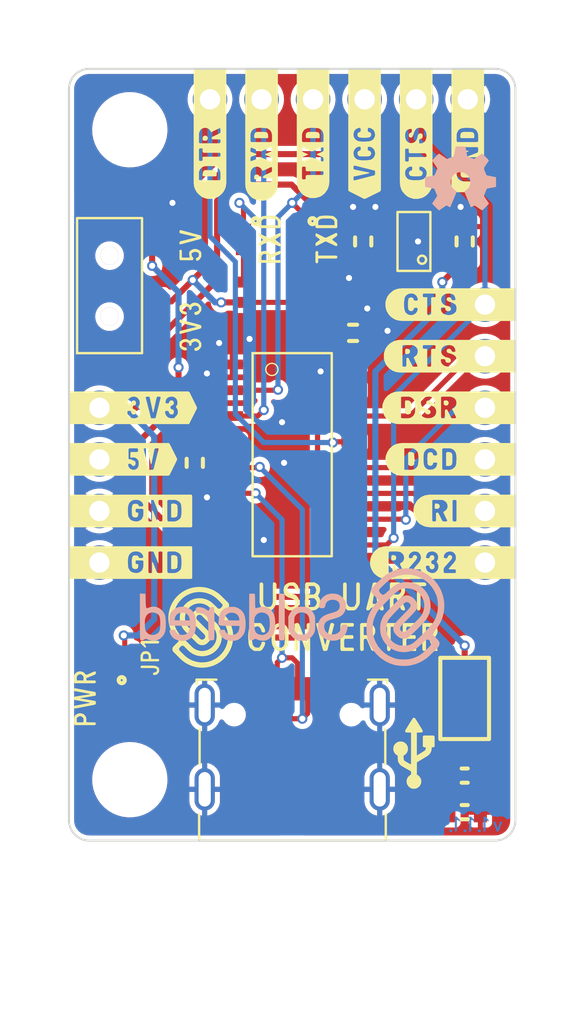
<source format=kicad_pcb>
(kicad_pcb (version 20210623) (generator pcbnew)
  (title_block (title "USB-UART converter") (date "2021-08-25") (rev "V1.1.1.") (company "SOLDERED") (comment 1 "333028"))
  (layers (0 "F.Cu" mixed) (31 "B.Cu" signal) (34 "B.Paste" user) (35 "F.Paste" user) (36 "B.SilkS" user "B.Silkscreen") (37 "F.SilkS" user "F.Silkscreen") (38 "B.Mask" user) (39 "F.Mask" user) (44 "Edge.Cuts" user))
  (net 0 "")
  (net 1 "VUSB")
  (net 2 "GND")
  (net 3 "Net-(C2-Pad1)")
  (net 4 "+3V3")
  (net 5 "TXD0")
  (net 6 "Net-(D1-Pad1)")
  (net 7 "RXD0")
  (net 8 "Net-(D2-Pad1)")
  (net 9 "Net-(D3-Pad1)")
  (net 10 "Net-(F1-Pad2)")
  (net 12 "D-")
  (net 13 "D+")
  (net 14 "Net-(K1-PadB5)")
  (net 16 "Net-(K1-PadA5)")
  (net 17 "R232")
  (net 18 "RI")
  (net 19 "DCD")
  (net 20 "DSR")
  (net 21 "RTS")
  (net 22 "CTS")
  (net 23 "VCC_OUT")
  (net 24 "DTR")
  (net 26 "Net-(JP1-Pad2)")
  (footprint "Soldered Graphics:Logo-Front-Soldered-4mm" (layer "F.Cu") (at 106.5 119.5)
    (fp_text reference "G***" hide)
    (fp_text value "LOGO" hide)
  )
  (footprint "buzzardLabel" (layer "F.Cu") (at 99.6 108.69)
    (fp_text reference "" (at 0 0) (layer "F.SilkS") (effects (font (size 1.27 1.27))))
    (fp_text value "" (at 0 0) (layer "F.SilkS") (effects (font (size 1.27 1.27))))
  )
  (footprint "e-radionica.com footprinti:0402LED" (layer "F.Cu") (at 102 123 90)
    (fp_text reference "D3")
    (fp_text value "purple")
    (pad "1" smd rect locked (at -0.55 0 180) (size 0.75 0.45) (layers "F.Cu" "F.Paste" "F.Mask") (net 9 "Net-(D3-Pad1)"))
    (pad "2" smd rect locked (at 0.55 0 180) (size 0.75 0.45) (layers "F.Cu" "F.Paste" "F.Mask") (net 2 "GND"))
  )
  (footprint "e-radionica.com footprinti:0603C" (layer "F.Cu") (at 114 105 180)
    (fp_text reference "C1")
    (fp_text value "0.1uF")
    (pad "1" smd rect locked (at -0.73 0 180) (size 0.66 1) (layers "F.Cu" "F.Paste" "F.Mask") (net 2 "GND"))
    (pad "2" smd rect locked (at 0.73 0 180) (size 0.66 1) (layers "F.Cu" "F.Paste" "F.Mask") (net 23 "VCC_OUT"))
  )
  (footprint "e-radionica.com footprinti:FIDUCIAL_23" (layer "F.Cu") (at 111 128)
    (fp_text reference "FD1")
    (fp_text value "FIDUCIAL")
    (fp_circle (center 0 0) (end 1 0) (layer "F.Cu") (width 0.2) (fill none))
    (pad "1" smd circle (at 0 0) (size 1 1) (layers "F.Cu" "F.Paste" "F.Mask") (clearance 1.1))
  )
  (footprint "buzzardLabel" (layer "F.Cu") (at 122.4 108.69)
    (fp_text reference "" (at 0 0) (layer "F.SilkS") (effects (font (size 1.27 1.27))))
    (fp_text value "" (at 0 0) (layer "F.SilkS") (effects (font (size 1.27 1.27))))
  )
  (footprint "buzzardLabel" (layer "F.Cu") (at 106.95 91.6 90)
    (fp_text reference "" (at 0 0 90) (layer "F.SilkS") (effects (font (size 1.27 1.27))))
    (fp_text value "" (at 0 0 90) (layer "F.SilkS") (effects (font (size 1.27 1.27))))
  )
  (footprint "e-radionica.com footprinti:0603C" (layer "F.Cu") (at 119.5 100.5 -90)
    (fp_text reference "C3")
    (fp_text value "2.2uF")
    (pad "1" smd rect locked (at -0.73 0 270) (size 0.66 1) (layers "F.Cu" "F.Paste" "F.Mask") (net 2 "GND"))
    (pad "2" smd rect locked (at 0.73 0 270) (size 0.66 1) (layers "F.Cu" "F.Paste" "F.Mask") (net 1 "VUSB"))
  )
  (footprint "buzzardLabel" (layer "F.Cu") (at 113.5 120)
    (fp_text reference "" (at 0 0) (layer "F.SilkS") (effects (font (size 1.27 1.27))))
    (fp_text value "" (at 0 0) (layer "F.SilkS") (effects (font (size 1.27 1.27))))
  )
  (footprint "e-radionica.com footprinti:0603C" (layer "F.Cu") (at 106.2 111.4 -90)
    (fp_text reference "C2")
    (fp_text value "0.1uF")
    (pad "1" smd rect locked (at -0.73 0 270) (size 0.66 1) (layers "F.Cu" "F.Paste" "F.Mask") (net 3 "Net-(C2-Pad1)"))
    (pad "2" smd rect locked (at 0.73 0 270) (size 0.66 1) (layers "F.Cu" "F.Paste" "F.Mask") (net 2 "GND"))
  )
  (footprint "Soldered Graphics:Logo-Back-OSH-3.5mm" (layer "F.Cu") (at 119.3 97.4)
    (fp_text reference "G***" hide)
    (fp_text value "LOGO" hide)
  )
  (footprint "buzzardLabel" (layer "F.Cu") (at 100.8 123 90)
    (fp_text reference "" (at 0 0 90) (layer "F.SilkS") (effects (font (size 1.27 1.27))))
    (fp_text value "" (at 0 0 90) (layer "F.SilkS") (effects (font (size 1.27 1.27))))
  )
  (footprint "buzzardLabel" (layer "F.Cu") (at 122.4 111.23)
    (fp_text reference "" (at 0 0) (layer "F.SilkS") (effects (font (size 1.27 1.27))))
    (fp_text value "" (at 0 0) (layer "F.SilkS") (effects (font (size 1.27 1.27))))
  )
  (footprint "buzzardLabel" (layer "F.Cu") (at 117.11 91.6 90)
    (fp_text reference "" (at 0 0 90) (layer "F.SilkS") (effects (font (size 1.27 1.27))))
    (fp_text value "" (at 0 0 90) (layer "F.SilkS") (effects (font (size 1.27 1.27))))
  )
  (footprint "buzzardLabel" (layer "F.Cu") (at 106 104.7 90)
    (fp_text reference "" (at 0 0 90) (layer "F.SilkS") (effects (font (size 1.27 1.27))))
    (fp_text value "" (at 0 0 90) (layer "F.SilkS") (effects (font (size 1.27 1.27))))
  )
  (footprint "buzzardLabel" (layer "F.Cu") (at 122.4 106.15)
    (fp_text reference "" (at 0 0) (layer "F.SilkS") (effects (font (size 1.27 1.27))))
    (fp_text value "" (at 0 0) (layer "F.SilkS") (effects (font (size 1.27 1.27))))
  )
  (footprint "e-radionica.com footprinti:0603C" (layer "F.Cu") (at 114.5 100.5 -90)
    (fp_text reference "C4")
    (fp_text value "2.2uF")
    (pad "1" smd rect locked (at -0.73 0 270) (size 0.66 1) (layers "F.Cu" "F.Paste" "F.Mask") (net 2 "GND"))
    (pad "2" smd rect locked (at 0.73 0 270) (size 0.66 1) (layers "F.Cu" "F.Paste" "F.Mask") (net 4 "+3V3"))
  )
  (footprint "e-radionica.com footprinti:SMD-JUMPER-CONNECTED_TRACE_SLODERMASK" (layer "F.Cu") (at 102.75 121 -90)
    (fp_text reference "JP1")
    (fp_text value "SMD-JUMPER-CONNECTED_TRACE_SLODERMASK")
    (fp_poly (pts (xy 0.1 0.1) (xy -0.1 0.1) (xy -0.1 -0.1) (xy 0.1 -0.1)) (layer "F.Cu") (width 0.1) (fill solid))
    (pad "1" smd rect (at -0.35 0 270) (size 0.5 1) (layers "F.Cu" "F.Mask") (net 4 "+3V3"))
    (pad "2" smd rect (at 0.35 0 270) (size 0.5 1) (layers "F.Cu" "F.Mask") (net 26 "Net-(JP1-Pad2)"))
  )
  (footprint "e-radionica.com footprinti:0402R" (layer "F.Cu") (at 103.5 123 -90)
    (fp_text reference "R5")
    (fp_text value "2k2")
    (pad "1" smd rect locked (at -0.5 0) (size 0.64 0.54) (layers "F.Cu" "F.Paste" "F.Mask") (net 26 "Net-(JP1-Pad2)"))
    (pad "2" smd rect locked (at 0.5 0) (size 0.64 0.54) (layers "F.Cu" "F.Paste" "F.Mask") (net 9 "Net-(D3-Pad1)"))
  )
  (footprint "buzzardLabel" (layer "F.Cu") (at 122.4 116.31)
    (fp_text reference "" (at 0 0) (layer "F.SilkS") (effects (font (size 1.27 1.27))))
    (fp_text value "" (at 0 0) (layer "F.SilkS") (effects (font (size 1.27 1.27))))
  )
  (footprint "buzzardLabel" (layer "F.Cu") (at 99.6 113.77)
    (fp_text reference "" (at 0 0) (layer "F.SilkS") (effects (font (size 1.27 1.27))))
    (fp_text value "" (at 0 0) (layer "F.SilkS") (effects (font (size 1.27 1.27))))
  )
  (footprint "buzzardLabel" (layer "F.Cu") (at 99.6 111.23)
    (fp_text reference "" (at 0 0) (layer "F.SilkS") (effects (font (size 1.27 1.27))))
    (fp_text value "" (at 0 0) (layer "F.SilkS") (effects (font (size 1.27 1.27))))
  )
  (footprint "e-radionica.com footprinti:0603R" (layer "F.Cu") (at 119.5 126.8)
    (fp_text reference "R1")
    (fp_text value "5.1k")
    (pad "1" smd rect locked (at -0.775 0 90) (size 1 0.64) (layers "F.Cu" "F.Paste" "F.Mask") (net 14 "Net-(K1-PadB5)"))
    (pad "2" smd rect locked (at 0.775 0 90) (size 1 0.64) (layers "F.Cu" "F.Paste" "F.Mask") (net 2 "GND"))
  )
  (footprint "Soldered Graphics:Logo-Back-SolderedFULL-15mm" (layer "F.Cu") (at 111 119)
    (fp_text reference "REF**" hide)
    (fp_text value "Logo-Front-SolderedFULL-15mm" hide)
  )
  (footprint "buzzardLabel" (layer "F.Cu") (at 106 100.7 90)
    (fp_text reference "" (at 0 0 90) (layer "F.SilkS") (effects (font (size 1.27 1.27))))
    (fp_text value "" (at 0 0 90) (layer "F.SilkS") (effects (font (size 1.27 1.27))))
  )
  (footprint "buzzardLabel" (layer "F.Cu") (at 122.4 113.77)
    (fp_text reference "" (at 0 0) (layer "F.SilkS") (effects (font (size 1.27 1.27))))
    (fp_text value "" (at 0 0) (layer "F.SilkS") (effects (font (size 1.27 1.27))))
  )
  (footprint "buzzardLabel" (layer "F.Cu") (at 114.57 91.6 90)
    (fp_text reference "" (at 0 0 90) (layer "F.SilkS") (effects (font (size 1.27 1.27))))
    (fp_text value "" (at 0 0 90) (layer "F.SilkS") (effects (font (size 1.27 1.27))))
  )
  (footprint "e-radionica.com footprinti:SOP-16" (layer "F.Cu") (at 111 111)
    (fp_text reference "U1")
    (fp_text value "CH340C")
    (pad "1" smd rect locked (at -2.95 -4.445) (size 1.05 0.48) (layers "F.Cu" "F.Paste" "F.Mask") (net 2 "GND"))
    (pad "2" smd rect locked (at -2.95 -3.175) (size 1.05 0.48) (layers "F.Cu" "F.Paste" "F.Mask") (net 5 "TXD0"))
    (pad "3" smd rect locked (at -2.95 -1.905) (size 1.05 0.48) (layers "F.Cu" "F.Paste" "F.Mask") (net 7 "RXD0"))
    (pad "4" smd rect locked (at -2.95 -0.635) (size 1.05 0.48) (layers "F.Cu" "F.Paste" "F.Mask") (net 3 "Net-(C2-Pad1)"))
    (pad "5" smd rect locked (at -2.95 0.635) (size 1.05 0.48) (layers "F.Cu" "F.Paste" "F.Mask") (net 13 "D+"))
    (pad "6" smd rect locked (at -2.95 1.905) (size 1.05 0.48) (layers "F.Cu" "F.Paste" "F.Mask") (net 12 "D-"))
    (pad "7" smd rect locked (at -2.95 3.175) (size 1.05 0.48) (layers "F.Cu" "F.Paste" "F.Mask"))
    (pad "8" smd rect locked (at -2.95 4.445) (size 1.05 0.48) (layers "F.Cu" "F.Paste" "F.Mask"))
    (pad "9" smd rect locked (at 2.95 4.445) (size 1.05 0.48) (layers "F.Cu" "F.Paste" "F.Mask") (net 22 "CTS"))
    (pad "10" smd rect locked (at 2.95 3.175) (size 1.05 0.48) (layers "F.Cu" "F.Paste" "F.Mask") (net 20 "DSR"))
    (pad "11" smd rect locked (at 2.95 1.905) (size 1.05 0.48) (layers "F.Cu" "F.Paste" "F.Mask") (net 18 "RI"))
    (pad "12" smd rect locked (at 2.95 0.635) (size 1.05 0.48) (layers "F.Cu" "F.Paste" "F.Mask") (net 19 "DCD"))
    (pad "13" smd rect locked (at 2.95 -0.635) (size 1.05 0.48) (layers "F.Cu" "F.Paste" "F.Mask") (net 24 "DTR"))
    (pad "14" smd rect locked (at 2.95 -1.905) (size 1.05 0.48) (layers "F.Cu" "F.Paste" "F.Mask") (net 21 "RTS"))
    (pad "15" smd rect locked (at 2.95 -3.175) (size 1.05 0.48) (layers "F.Cu" "F.Paste" "F.Mask") (net 17 "R232"))
    (pad "16" smd rect locked (at 2.95 -4.445) (size 1.05 0.48) (layers "F.Cu" "F.Paste" "F.Mask") (net 23 "VCC_OUT"))
  )
  (footprint "buzzardLabel" (layer "F.Cu") (at 112.03 91.6 90)
    (fp_text reference "" (at 0 0 90) (layer "F.SilkS") (effects (font (size 1.27 1.27))))
    (fp_text value "" (at 0 0 90) (layer "F.SilkS") (effects (font (size 1.27 1.27))))
  )
  (footprint "e-radionica.com footprinti:HOLE_3.2mm" (layer "F.Cu") (at 103 127)
    (fp_text reference "H1" hide)
    (fp_text value "HOLE_3.2mm" hide)
    (pad "" np_thru_hole circle locked (at 0 0) (size 3.2 3.2) (drill 3.2) (layers F&B.Cu *.Mask))
  )
  (footprint "buzzardLabel" (layer "F.Cu") (at 112.7 100.4 90)
    (fp_text reference "" (at 0 0 90) (layer "F.SilkS") (effects (font (size 1.27 1.27))))
    (fp_text value "" (at 0 0 90) (layer "F.SilkS") (effects (font (size 1.27 1.27))))
  )
  (footprint "e-radionica.com footprinti:0402LED" (layer "F.Cu") (at 108.6 100.4 90)
    (fp_text reference "D2")
    (fp_text value "blue")
    (pad "1" smd rect locked (at -0.55 0 180) (size 0.75 0.45) (layers "F.Cu" "F.Paste" "F.Mask") (net 8 "Net-(D2-Pad1)"))
    (pad "2" smd rect locked (at 0.55 0 180) (size 0.75 0.45) (layers "F.Cu" "F.Paste" "F.Mask") (net 7 "RXD0"))
  )
  (footprint "e-radionica.com footprinti:0402R" (layer "F.Cu") (at 108.6 103 -90)
    (fp_text reference "R4")
    (fp_text value "10k")
    (pad "1" smd rect locked (at -0.5 0) (size 0.64 0.54) (layers "F.Cu" "F.Paste" "F.Mask") (net 8 "Net-(D2-Pad1)"))
    (pad "2" smd rect locked (at 0.5 0) (size 0.64 0.54) (layers "F.Cu" "F.Paste" "F.Mask") (net 23 "VCC_OUT"))
  )
  (footprint "buzzardLabel" (layer "F.Cu") (at 113.5 118)
    (fp_text reference "" (at 0 0) (layer "F.SilkS") (effects (font (size 1.27 1.27))))
    (fp_text value "" (at 0 0) (layer "F.SilkS") (effects (font (size 1.27 1.27))))
  )
  (footprint "e-radionica.com footprinti:SOT-23-5" (layer "F.Cu") (at 117 100.5 180)
    (fp_text reference "U2")
    (fp_text value "SE5218")
    (pad "1" smd rect locked (at -1.1 -0.95 180) (size 0.7 0.45) (layers "F.Cu" "F.Paste" "F.Mask") (net 1 "VUSB"))
    (pad "2" smd rect locked (at -1.1 0 180) (size 0.7 0.45) (layers "F.Cu" "F.Paste" "F.Mask") (net 2 "GND"))
    (pad "3" smd rect locked (at -1.1 0.95 180) (size 0.7 0.45) (layers "F.Cu" "F.Paste" "F.Mask") (net 1 "VUSB"))
    (pad "4" smd rect locked (at 1.1 0.95 180) (size 0.7 0.45) (layers "F.Cu" "F.Paste" "F.Mask"))
    (pad "5" smd rect locked (at 1.1 -0.95 180) (size 0.7 0.45) (layers "F.Cu" "F.Paste" "F.Mask") (net 4 "+3V3"))
  )
  (footprint "buzzardLabel" (layer "F.Cu") (at 104 121 90)
    (fp_text reference "" (at 0 0 90) (layer "F.SilkS") (effects (font (size 1.27 1.27))))
    (fp_text value "" (at 0 0 90) (layer "F.SilkS") (effects (font (size 1.27 1.27))))
  )
  (footprint "buzzardLabel" (layer "F.Cu") (at 119.65 91.6 90)
    (fp_text reference "" (at 0 0 90) (layer "F.SilkS") (effects (font (size 1.27 1.27))))
    (fp_text value "" (at 0 0 90) (layer "F.SilkS") (effects (font (size 1.27 1.27))))
  )
  (footprint "e-radionica.com footprinti:1206FUSE" (layer "F.Cu") (at 119.5 123 -90)
    (fp_text reference "F1")
    (fp_text value "1206FUSE-500mA")
    (pad "1" smd rect locked (at -1.4 0 270) (size 1 2) (layers "F.Cu" "F.Paste" "F.Mask") (net 1 "VUSB"))
    (pad "2" smd rect locked (at 1.4 0 270) (size 1 2) (layers "F.Cu" "F.Paste" "F.Mask") (net 10 "Net-(F1-Pad2)"))
  )
  (footprint "e-radionica.com footprinti:U262-161N-4BVC11" (layer "F.Cu") (at 111 125)
    (fp_text reference "K1")
    (fp_text value "U262-161N-4BVC11")
    (pad "" np_thru_hole circle locked (at 2.913 -1.2) (size 0.65 0.65) (drill 0.65) (layers F&B.Cu *.Mask))
    (pad "" np_thru_hole circle locked (at -2.862 -1.2) (size 0.65 0.65) (drill 0.65) (layers F&B.Cu *.Mask))
    (pad "A1" smd rect locked (at -3.337 -2.475) (size 0.3 1.15) (layers "F.Cu" "F.Paste" "F.Mask") (net 2 "GND"))
    (pad "A4" smd rect locked (at -2.537 -2.475) (size 0.3 1.15) (layers "F.Cu" "F.Paste" "F.Mask") (net 10 "Net-(F1-Pad2)"))
    (pad "A5" smd rect locked (at -1.237 -2.475) (size 0.3 1.15) (layers "F.Cu" "F.Paste" "F.Mask") (net 16 "Net-(K1-PadA5)"))
    (pad "A6" smd rect locked (at -0.237 -2.475) (size 0.3 1.15) (layers "F.Cu" "F.Paste" "F.Mask") (net 13 "D+"))
    (pad "A7" smd rect locked (at 0.263 -2.475) (size 0.3 1.15) (layers "F.Cu" "F.Paste" "F.Mask") (net 12 "D-"))
    (pad "A8" smd rect locked (at 1.263 -2.475) (size 0.3 1.15) (layers "F.Cu" "F.Paste" "F.Mask"))
    (pad "A9" smd rect locked (at 2.563 -2.475) (size 0.3 1.15) (layers "F.Cu" "F.Paste" "F.Mask") (net 10 "Net-(F1-Pad2)"))
    (pad "A12" smd rect locked (at 3.338 -2.475) (size 0.3 1.15) (layers "F.Cu" "F.Paste" "F.Mask") (net 2 "GND"))
    (pad "B1" smd rect locked (at 3.138 -2.475) (size 0.3 1.15) (layers "F.Cu" "F.Paste" "F.Mask") (net 2 "GND"))
    (pad "B4" smd rect locked (at 2.363 -2.475) (size 0.3 1.15) (layers "F.Cu" "F.Paste" "F.Mask") (net 10 "Net-(F1-Pad2)"))
    (pad "B5" smd rect locked (at 1.763 -2.475) (size 0.3 1.15) (layers "F.Cu" "F.Paste" "F.Mask") (net 14 "Net-(K1-PadB5)"))
    (pad "B6" smd rect locked (at 0.763 -2.475) (size 0.3 1.15) (layers "F.Cu" "F.Paste" "F.Mask") (net 13 "D+"))
    (pad "B7" smd rect locked (at -0.737 -2.475) (size 0.3 1.15) (layers "F.Cu" "F.Paste" "F.Mask") (net 12 "D-"))
    (pad "B8" smd rect locked (at -1.737 -2.475) (size 0.3 1.15) (layers "F.Cu" "F.Paste" "F.Mask"))
    (pad "B9" smd rect locked (at -2.337 -2.475) (size 0.3 1.15) (layers "F.Cu" "F.Paste" "F.Mask") (net 10 "Net-(F1-Pad2)"))
    (pad "B12" smd rect locked (at -3.112 -2.475) (size 0.3 1.15) (layers "F.Cu" "F.Paste" "F.Mask") (net 2 "GND"))
    (pad "SH" thru_hole oval locked (at 4.313 2.475) (size 1 2.1) (drill oval 0.6 1.7) (layers *.Cu *.Mask) (net 2 "GND"))
    (pad "SH" thru_hole oval locked (at 4.313 -1.675) (size 1 2.1) (drill oval 0.6 1.7) (layers *.Cu *.Mask) (net 2 "GND"))
    (pad "SH" thru_hole oval locked (at -4.312 2.475) (size 1 2.1) (drill oval 0.6 1.7) (layers *.Cu *.Mask) (net 2 "GND"))
    (pad "SH" thru_hole oval locked (at -4.312 -1.675) (size 1 2.1) (drill oval 0.6 1.7) (layers *.Cu *.Mask) (net 2 "GND"))
  )
  (footprint "buzzardLabel" (layer "F.Cu") (at 109.9 100.4 90)
    (fp_text reference "" (at 0 0 90) (layer "F.SilkS") (effects (font (size 1.27 1.27))))
    (fp_text value "" (at 0 0 90) (layer "F.SilkS") (effects (font (size 1.27 1.27))))
  )
  (footprint "buzzardLabel" (layer "F.Cu") (at 122.4 103.61)
    (fp_text reference "" (at 0 0) (layer "F.SilkS") (effects (font (size 1.27 1.27))))
    (fp_text value "" (at 0 0) (layer "F.SilkS") (effects (font (size 1.27 1.27))))
  )
  (footprint "buzzardLabel" (layer "F.Cu") (at 109.49 91.6 90)
    (fp_text reference "" (at 0 0 90) (layer "F.SilkS") (effects (font (size 1.27 1.27))))
    (fp_text value "" (at 0 0 90) (layer "F.SilkS") (effects (font (size 1.27 1.27))))
  )
  (footprint "buzzardLabel" (layer "F.Cu") (at 99.6 116.31)
    (fp_text reference "" (at 0 0) (layer "F.SilkS") (effects (font (size 1.27 1.27))))
    (fp_text value "" (at 0 0) (layer "F.SilkS") (effects (font (size 1.27 1.27))))
  )
  (footprint "Soldered Graphics:Symbol-Front-USB" (layer "F.Cu") (at 117 125.7)
    (fp_text reference "G***" hide)
    (fp_text value "LOGO" hide)
  )
  (footprint "e-radionica.com footprinti:SWITCH_ON_OFF_ON_3296" (layer "F.Cu") (at 102 102.7 90)
    (fp_text reference "S1")
    (fp_text value "PN_ SK-3296S-01-L1")
    (pad "1" smd rect locked (at 2.1 2.1 90) (size 0.9 1.2) (layers "F.Cu" "F.Paste" "F.Mask") (net 1 "VUSB"))
    (pad "2" smd rect locked (at -0.75 2.1 90) (size 0.9 1.2) (layers "F.Cu" "F.Paste" "F.Mask") (net 23 "VCC_OUT"))
    (pad "3" smd rect locked (at -2.25 2.1 90) (size 0.9 1.2) (layers "F.Cu" "F.Paste" "F.Mask") (net 4 "+3V3"))
    (pad "MH1" thru_hole circle locked (at -1.5 0 90) (size 0.9 0.9) (drill 0.9) (layers *.Cu *.Mask))
    (pad "MH2" thru_hole circle locked (at 1.5 0 90) (size 0.9 0.9) (drill 0.9) (layers *.Cu *.Mask))
    (pad "MP1" smd rect locked (at -3.8 1.125 90) (size 0.8 0.9) (layers "F.Cu" "F.Paste" "F.Mask"))
    (pad "MP2" smd rect locked (at 3.75 1.125 90) (size 0.8 0.9) (layers "F.Cu" "F.Paste" "F.Mask"))
    (pad "MP3" smd rect locked (at 3.8 -1.075 90) (size 0.8 0.9) (layers "F.Cu" "F.Paste" "F.Mask"))
    (pad "MP4" smd rect locked (at -3.8 -1.075 90) (size 0.8 0.9) (layers "F.Cu" "F.Paste" "F.Mask"))
  )
  (footprint "e-radionica.com footprinti:0603R" (layer "F.Cu") (at 119.5 128.6)
    (fp_text reference "R2")
    (fp_text value "5.1k")
    (pad "1" smd rect locked (at -0.775 0 90) (size 1 0.64) (layers "F.Cu" "F.Paste" "F.Mask") (net 16 "Net-(K1-PadA5)"))
    (pad "2" smd rect locked (at 0.775 0 90) (size 1 0.64) (layers "F.Cu" "F.Paste" "F.Mask") (net 2 "GND"))
  )
  (footprint "e-radionica.com footprinti:0402R" (layer "F.Cu") (at 111.4 103 -90)
    (fp_text reference "R3")
    (fp_text value "10k")
    (pad "1" smd rect locked (at -0.5 0) (size 0.64 0.54) (layers "F.Cu" "F.Paste" "F.Mask") (net 6 "Net-(D1-Pad1)"))
    (pad "2" smd rect locked (at 0.5 0) (size 0.64 0.54) (layers "F.Cu" "F.Paste" "F.Mask") (net 23 "VCC_OUT"))
  )
  (footprint "e-radionica.com footprinti:0402LED" (layer "F.Cu") (at 111.4 100.4 90)
    (fp_text reference "D1")
    (fp_text value "white")
    (pad "1" smd rect locked (at -0.55 0 180) (size 0.75 0.45) (layers "F.Cu" "F.Paste" "F.Mask") (net 6 "Net-(D1-Pad1)"))
    (pad "2" smd rect locked (at 0.55 0 180) (size 0.75 0.45) (layers "F.Cu" "F.Paste" "F.Mask") (net 5 "TXD0"))
  )
  (footprint "e-radionica.com footprinti:HOLE_3.2mm" (layer "F.Cu") (at 103 95)
    (fp_text reference "H2" hide)
    (fp_text value "HOLE_3.2mm" hide)
    (pad "" np_thru_hole circle locked (at 0 0) (size 3.2 3.2) (drill 3.2) (layers F&B.Cu *.Mask))
  )
  (footprint "e-radionica.com footprinti:HEADER_MALE_6X1" (layer "B.Cu") (at 120.5 109.96 -90)
    (fp_text reference "K2")
    (fp_text value "HEADER_MALE_6X1")
    (pad "1" thru_hole circle locked (at -6.35 0 270) (size 1.7 1.7) (drill 1) (layers *.Cu *.Mask) (net 22 "CTS"))
    (pad "2" thru_hole circle locked (at -3.81 0 270) (size 1.7 1.7) (drill 1) (layers *.Cu *.Mask) (net 21 "RTS"))
    (pad "3" thru_hole circle locked (at -1.27 0 270) (size 1.7 1.7) (drill 1) (layers *.Cu *.Mask) (net 20 "DSR"))
    (pad "4" thru_hole circle locked (at 1.27 0 270) (size 1.7 1.7) (drill 1) (layers *.Cu *.Mask) (net 19 "DCD"))
    (pad "5" thru_hole circle locked (at 3.81 0 270) (size 1.7 1.7) (drill 1) (layers *.Cu *.Mask) (net 18 "RI"))
    (pad "6" thru_hole circle locked (at 6.35 0 270) (size 1.7 1.7) (drill 1) (layers *.Cu *.Mask) (net 17 "R232"))
  )
  (footprint "Soldered Graphics:Version1.1.1." (layer "B.Cu") (at 120 129.2 180)
    (fp_text reference "REF**" hide)
    (fp_text value "Version1.1.1." hide)
    (fp_poly (pts (xy 0.91 -0.35) (xy 0.96 -0.35) (xy 0.98 -0.31) (xy 0.98 0.35) (xy 0.95 0.38) (xy 0.89 0.38) (xy 0.86 0.34) (xy 0.74 0.22) (xy 0.73 0.17) (xy 0.76 0.16) (xy 0.85 0.22) (xy 0.89 0.23) (xy 0.89 -0.31) (xy 0.91 -0.35)) (layer "B.Cu") (width 0.01) (fill solid))
    (fp_poly (pts (xy -1.15 -0.35) (xy -1.1 -0.35) (xy -1.07 -0.31) (xy -0.92 0.1) (xy -0.94 0.13) (xy -0.99 0.13) (xy -1.02 0.1) (xy -1.11 -0.16) (xy -1.13 -0.21) (xy -1.15 -0.17) (xy -1.24 0.09) (xy -1.26 0.13) (xy -1.32 0.13) (xy -1.34 0.1) (xy -1.18 -0.31) (xy -1.15 -0.35)) (layer "B.Cu") (width 0.01) (fill solid))
    (fp_poly (pts (xy 0.43 -0.38) (xy 0.48 -0.38) (xy 0.54 -0.37) (xy 0.54 -0.33) (xy 0.54 -0.27) (xy 0.5 -0.26) (xy 0.45 -0.26) (xy 0.42 -0.29) (xy 0.42 -0.34) (xy 0.43 -0.38)) (layer "B.Cu") (width 0.01) (fill solid))
    (fp_poly (pts (xy 0.21 -0.35) (xy 0.26 -0.35) (xy 0.28 -0.31) (xy 0.28 0.35) (xy 0.24 0.38) (xy 0.19 0.38) (xy 0.15 0.34) (xy 0.04 0.22) (xy 0.02 0.17) (xy 0.05 0.16) (xy 0.14 0.22) (xy 0.18 0.23) (xy 0.18 -0.31) (xy 0.21 -0.35)) (layer "B.Cu") (width 0.01) (fill solid))
    (fp_poly (pts (xy 1.14 -0.38) (xy 1.19 -0.38) (xy 1.24 -0.37) (xy 1.25 -0.33) (xy 1.25 -0.27) (xy 1.2 -0.26) (xy 1.15 -0.26) (xy 1.12 -0.29) (xy 1.12 -0.34) (xy 1.14 -0.38)) (layer "B.Cu") (width 0.01) (fill solid))
    (fp_poly (pts (xy -0.5 -0.35) (xy -0.44 -0.35) (xy -0.43 -0.31) (xy -0.43 0.35) (xy -0.46 0.38) (xy -0.52 0.38) (xy -0.55 0.34) (xy -0.67 0.22) (xy -0.68 0.17) (xy -0.65 0.16) (xy -0.56 0.22) (xy -0.52 0.23) (xy -0.52 -0.31) (xy -0.5 -0.35)) (layer "B.Cu") (width 0.01) (fill solid))
    (fp_poly (pts (xy -0.27 -0.38) (xy -0.22 -0.38) (xy -0.17 -0.37) (xy -0.16 -0.33) (xy -0.16 -0.27) (xy -0.21 -0.26) (xy -0.26 -0.26) (xy -0.29 -0.29) (xy -0.29 -0.34) (xy -0.27 -0.38)) (layer "B.Cu") (width 0.01) (fill solid))
  )
  (footprint "e-radionica.com footprinti:HEADER_MALE_6X1" (layer "B.Cu") (at 113.3 93.5)
    (fp_text reference "K4")
    (fp_text value "FTDI_HEADER")
    (pad "1" thru_hole circle locked (at -6.35 0) (size 1.7 1.7) (drill 1) (layers *.Cu *.Mask) (net 24 "DTR"))
    (pad "2" thru_hole circle locked (at -3.81 0) (size 1.7 1.7) (drill 1) (layers *.Cu *.Mask) (net 7 "RXD0"))
    (pad "3" thru_hole circle locked (at -1.27 0) (size 1.7 1.7) (drill 1) (layers *.Cu *.Mask) (net 5 "TXD0"))
    (pad "4" thru_hole circle locked (at 1.27 0) (size 1.7 1.7) (drill 1) (layers *.Cu *.Mask) (net 23 "VCC_OUT"))
    (pad "5" thru_hole circle locked (at 3.81 0) (size 1.7 1.7) (drill 1) (layers *.Cu *.Mask) (net 22 "CTS"))
    (pad "6" thru_hole circle locked (at 6.35 0) (size 1.7 1.7) (drill 1) (layers *.Cu *.Mask) (net 2 "GND"))
  )
  (footprint "e-radionica.com footprinti:HEADER_MALE_4X1" (layer "B.Cu") (at 101.5 112.5 90)
    (fp_text reference "K3")
    (fp_text value "HEADER_MALE_4X1")
    (pad "1" thru_hole circle locked (at -3.81 0 90) (size 1.7 1.7) (drill 1) (layers *.Cu *.Mask) (net 2 "GND"))
    (pad "2" thru_hole circle locked (at -1.27 0 90) (size 1.7 1.7) (drill 1) (layers *.Cu *.Mask) (net 2 "GND"))
    (pad "3" thru_hole circle locked (at 1.27 0 90) (size 1.7 1.7) (drill 1) (layers *.Cu *.Mask) (net 1 "VUSB"))
    (pad "4" thru_hole circle locked (at 3.81 0 90) (size 1.7 1.7) (drill 1) (layers *.Cu *.Mask) (net 4 "+3V3"))
  )
  (gr_arc (start 101 93) (end 101 92) (angle -90) (layer "Edge.Cuts") (width 0.1))
  (gr_line (start 122 129) (end 122 93) (layer "Edge.Cuts") (width 0.1))
  (gr_arc (start 121 129) (end 121 130) (angle -90) (layer "Edge.Cuts") (width 0.1))
  (gr_line (start 121 92) (end 101 92) (layer "Edge.Cuts") (width 0.1))
  (gr_arc (start 121 93) (end 121 92) (angle 90) (layer "Edge.Cuts") (width 0.1))
  (gr_line (start 101 130) (end 121 130) (layer "Edge.Cuts") (width 0.1))
  (gr_line (start 100 93) (end 100 129) (layer "Edge.Cuts") (width 0.1))
  (gr_arc (start 101 129) (end 101 130) (angle 90) (layer "Edge.Cuts") (width 0.1))
  (segment (start 116.5 100.2) (end 116.5 100.8) (width 0.2) (layer "F.Cu") (net 1))
  (segment (start 118.65 101.45) (end 118.87 101.23) (width 0.3) (layer "F.Cu") (net 1))
  (segment (start 118.87 101.23) (end 119.5 101.23) (width 0.3) (layer "F.Cu") (net 1))
  (segment (start 119.5 101.4) (end 119.5 101.23) (width 0.3) (layer "F.Cu") (net 1))
  (segment (start 118.1 101.45) (end 118.65 101.45) (width 0.3) (layer "F.Cu") (net 1))
  (segment (start 116.5 100.8) (end 117.15 101.45) (width 0.2) (layer "F.Cu") (net 1))
  (segment (start 118.4 102.5) (end 119.5 101.4) (width 0.3) (layer "F.Cu") (net 1))
  (segment (start 119.5 121.6) (end 115.9 118) (width 0.3) (layer "F.Cu") (net 1))
  (segment (start 105.4 108.4) (end 103.55 110.25) (width 0.3) (layer "F.Cu") (net 1))
  (segment (start 108.4 118) (end 103.55 113.15) (width 0.3) (layer "F.Cu") (net 1))
  (segment (start 118.1 99.55) (end 117.15 99.55) (width 0.2) (layer "F.Cu") (net 1))
  (segment (start 119.5 121.6) (end 119.5 120.4) (width 0.3) (layer "F.Cu") (net 1))
  (segment (start 103.55 110.25) (end 103.55 113.15) (width 0.3) (layer "F.Cu") (net 1))
  (segment (start 115.9 118) (end 108.4 118) (width 0.3) (layer "F.Cu") (net 1))
  (segment (start 105.4 106.7) (end 105.4 108.4) (width 0.3) (layer "F.Cu") (net 1))
  (segment (start 103.55 113.15) (end 101.63 111.23) (width 0.3) (layer "F.Cu") (net 1))
  (segment (start 104.1 101.7) (end 104.1 100.6) (width 0.3) (layer "F.Cu") (net 1))
  (segment (start 117.15 99.55) (end 116.5 100.2) (width 0.2) (layer "F.Cu") (net 1))
  (segment (start 101.63 111.23) (end 101.5 111.23) (width 0.3) (layer "F.Cu") (net 1))
  (segment (start 117.15 101.45) (end 118.1 101.45) (width 0.2) (layer "F.Cu") (net 1))
  (via (at 104.1 101.7) (size 0.5) (drill 0.3) (layers "F.Cu" "B.Cu") (net 1))
  (via (at 119.5 120.4) (size 0.5) (drill 0.3) (layers "F.Cu" "B.Cu") (net 1))
  (via (at 105.4 106.7) (size 0.5) (drill 0.3) (layers "F.Cu" "B.Cu") (net 1))
  (via (at 118.4 102.5) (size 0.5) (drill 0.3) (layers "F.Cu" "B.Cu") (net 1))
  (segment (start 105.4 103) (end 104.1 101.7) (width 0.3) (layer "B.Cu") (net 1))
  (segment (start 118.4 102.5) (end 118.4 103.6) (width 0.3) (layer "B.Cu") (net 1))
  (segment (start 118.4 103.6) (end 115.1 106.9) (width 0.3) (layer "B.Cu") (net 1))
  (segment (start 115.1 106.9) (end 115.1 116) (width 0.3) (layer "B.Cu") (net 1))
  (segment (start 105.4 106.7) (end 105.4 103) (width 0.3) (layer "B.Cu") (net 1))
  (segment (start 115.1 116) (end 119.5 120.4) (width 0.3) (layer "B.Cu") (net 1))
  (via (at 107.4 105.5) (size 0.5) (drill 0.3) (layers "F.Cu" "B.Cu") (net 2))
  (via (at 110.5 109.4) (size 0.5) (drill 0.3) (layers "F.Cu" "B.Cu") (net 2))
  (via (at 117.2 100.5) (size 0.5) (drill 0.3) (layers "F.Cu" "B.Cu") (net 2))
  (via (at 106.8 113.1) (size 0.5) (drill 0.3) (layers "F.Cu" "B.Cu") (net 2))
  (via (at 114 98.8) (size 0.5) (drill 0.3) (layers "F.Cu" "B.Cu") (net 2))
  (via (at 110.6 111.4) (size 0.5) (drill 0.3) (layers "F.Cu" "B.Cu") (net 2))
  (via (at 115.7 104.9) (size 0.5) (drill 0.3) (layers "F.Cu" "B.Cu") (net 2))
  (via (at 112.4 106.9) (size 0.5) (drill 0.3) (layers "F.Cu" "B.Cu") (net 2))
  (via (at 114.7 103.8) (size 0.5) (drill 0.3) (layers "F.Cu" "B.Cu") (net 2))
  (via (at 115.1 98.8) (size 0.5) (drill 0.3) (layers "F.Cu" "B.Cu") (net 2))
  (via (at 106.8 107) (size 0.5) (drill 0.3) (layers "F.Cu" "B.Cu") (net 2))
  (via (at 105.1 98.6) (size 0.5) (drill 0.3) (layers "F.Cu" "B.Cu") (net 2))
  (via (at 113.8 102.3) (size 0.5) (drill 0.3) (layers "F.Cu" "B.Cu") (net 2))
  (via (at 109.6 115.2) (size 0.5) (drill 0.3) (layers "F.Cu" "B.Cu") (net 2))
  (via (at 108.9 105.3) (size 0.5) (drill 0.3) (layers "F.Cu" "B.Cu") (net 2))
  (via (at 119.3 98.8) (size 0.5) (drill 0.3) (layers "F.Cu" "B.Cu") (net 2))
  (segment (start 106.505 110.365) (end 106.2 110.67) (width 0.254) (layer "F.Cu") (net 3))
  (segment (start 108.05 110.365) (end 106.505 110.365) (width 0.254) (layer "F.Cu") (net 3))
  (segment (start 102.75 119.95) (end 102.7 119.9) (width 0.25) (layer "F.Cu") (net 4))
  (segment (start 108.1 97.7) (end 107.3 98.5) (width 0.3) (layer "F.Cu") (net 4))
  (segment (start 102.75 120.65) (end 102.75 119.95) (width 0.25) (layer "F.Cu") (net 4))
  (segment (start 110.97 97.7) (end 108.1 97.7) (width 0.3) (layer "F.Cu") (net 4))
  (segment (start 114.72 101.45) (end 114.5 101.23) (width 0.3) (layer "F.Cu") (net 4))
  (segment (start 104.3 105.15) (end 104.1 104.95) (width 0.3) (layer "F.Cu") (net 4))
  (segment (start 114.5 101.23) (end 110.97 97.7) (width 0.3) (layer "F.Cu") (net 4))
  (segment (start 103.31 108.69) (end 104.3 107.7) (width 0.3) (layer "F.Cu") (net 4))
  (segment (start 107.3 102.4) (end 104.75 104.95) (width 0.3) (layer "F.Cu") (net 4))
  (segment (start 104.3 107.7) (end 104.3 105.15) (width 0.3) (layer "F.Cu") (net 4))
  (segment (start 115.9 101.45) (end 114.72 101.45) (width 0.3) (layer "F.Cu") (net 4))
  (segment (start 101.5 108.69) (end 103.31 108.69) (width 0.3) (layer "F.Cu") (net 4))
  (segment (start 107.3 98.5) (end 107.3 102.4) (width 0.3) (layer "F.Cu") (net 4))
  (segment (start 104.75 104.95) (end 104.1 104.95) (width 0.3) (layer "F.Cu") (net 4))
  (via (at 102.7 119.9) (size 0.5) (drill 0.3) (layers "F.Cu" "B.Cu") (net 4))
  (segment (start 102.7 119.9) (end 103.4 119.9) (width 0.3) (layer "B.Cu") (net 4))
  (segment (start 102.79 108.69) (end 101.5 108.69) (width 0.3) (layer "B.Cu") (net 4))
  (segment (start 104.2 110.1) (end 102.79 108.69) (width 0.3) (layer "B.Cu") (net 4))
  (segment (start 104.2 119.1) (end 104.2 110.1) (width 0.3) (layer "B.Cu") (net 4))
  (segment (start 103.4 119.9) (end 104.2 119.1) (width 0.3) (layer "B.Cu") (net 4))
  (segment (start 108.05 107.825) (end 110.275 107.825) (width 0.254) (layer "F.Cu") (net 5))
  (segment (start 110.275 107.825) (end 110.3 107.8) (width 0.254) (layer "F.Cu") (net 5))
  (segment (start 111.4 99) (end 111 98.6) (width 0.254) (layer "F.Cu") (net 5))
  (segment (start 111.4 99) (end 111.4 99.85) (width 0.254) (layer "F.Cu") (net 5))
  (via (at 111 98.6) (size 0.5) (drill 0.3) (layers "F.Cu" "B.Cu") (net 5))
  (via (at 110.3 107.8) (size 0.5) (drill 0.3) (layers "F.Cu" "B.Cu") (net 5))
  (segment (start 112.03 97.57) (end 112.03 93.5) (width 0.254) (layer "B.Cu") (net 5))
  (segment (start 111 98.6) (end 112.03 97.57) (width 0.254) (layer "B.Cu") (net 5))
  (segment (start 110.3 99.3) (end 111 98.6) (width 0.254) (layer "B.Cu") (net 5))
  (segment (start 110.3 107.8) (end 110.3 99.3) (width 0.254) (layer "B.Cu") (net 5))
  (segment (start 111.4 100.95) (end 111.4 102.5) (width 0.25) (layer "F.Cu") (net 6))
  (segment (start 108.6 99.85) (end 108.6 98.8) (width 0.25) (layer "F.Cu") (net 7))
  (segment (start 109.305 109.095) (end 109.6 108.8) (width 0.254) (layer "F.Cu") (net 7))
  (segment (start 108.05 109.095) (end 109.305 109.095) (width 0.254) (layer "F.Cu") (net 7))
  (segment (start 108.6 98.8) (end 108.4 98.6) (width 0.254) (layer "F.Cu") (net 7))
  (via (at 108.4 98.6) (size 0.5) (drill 0.3) (layers "F.Cu" "B.Cu") (net 7))
  (via (at 109.6 108.8) (size 0.5) (drill 0.3) (layers "F.Cu" "B.Cu") (net 7))
  (segment (start 109.6 99.8) (end 108.4 98.6) (width 0.254) (layer "B.Cu") (net 7))
  (segment (start 109.6 108.8) (end 109.6 99.8) (width 0.254) (layer "B.Cu") (net 7))
  (segment (start 109.6 93.61) (end 109.49 93.5) (width 0.254) (layer "B.Cu") (net 7))
  (segment (start 109.6 99.8) (end 109.6 93.61) (width 0.254) (layer "B.Cu") (net 7))
  (segment (start 108.6 100.95) (end 108.6 102.5) (width 0.25) (layer "F.Cu") (net 8))
  (segment (start 102 123.55) (end 103.45 123.55) (width 0.25) (layer "F.Cu") (net 9))
  (segment (start 103.45 123.55) (end 103.5 123.5) (width 0.25) (layer "F.Cu") (net 9))
  (segment (start 114 120) (end 115 120) (width 0.3) (layer "F.Cu") (net 10))
  (segment (start 113.363 120.637) (end 114 120) (width 0.3) (layer "F.Cu") (net 10))
  (segment (start 108.463 122.525) (end 108.463 121.037) (width 0.3) (layer "F.Cu") (net 10))
  (segment (start 115.75 120) (end 117.25 121.5) (width 0.3) (layer "F.Cu") (net 10))
  (segment (start 117.25 121.5) (end 117.25 123.75) (width 0.3) (layer "F.Cu") (net 10))
  (segment (start 113.363 122.525) (end 113.363 120.637) (width 0.3) (layer "F.Cu") (net 10))
  (segment (start 109.5 120) (end 115.75 120) (width 0.3) (layer "F.Cu") (net 10))
  (segment (start 108.463 121.037) (end 109.5 120) (width 0.3) (layer "F.Cu") (net 10))
  (segment (start 109.5 120) (end 114 120) (width 0.3) (layer "F.Cu") (net 10))
  (segment (start 117.9 124.4) (end 119.5 124.4) (width 0.3) (layer "F.Cu") (net 10))
  (segment (start 117.25 123.75) (end 117.9 124.4) (width 0.3) (layer "F.Cu") (net 10))
  (segment (start 108.055 112.9) (end 108.05 112.905) (width 0.254) (layer "F.Cu") (net 12))
  (segment (start 111.263 121.263) (end 111.263 122.525) (width 0.254) (layer "F.Cu") (net 12))
  (segment (start 111 121) (end 111.263 121.263) (width 0.254) (layer "F.Cu") (net 12))
  (segment (start 110.5 121) (end 111 121) (width 0.254) (layer "F.Cu") (net 12))
  (segment (start 110.263 121.237) (end 110.5 121) (width 0.254) (layer "F.Cu") (net 12))
  (segment (start 110.263 122.525) (end 110.263 121.237) (width 0.254) (layer "F.Cu") (net 12))
  (segment (start 109.2 112.9) (end 108.055 112.9) (width 0.254) (layer "F.Cu") (net 12))
  (via (at 110.5 121) (size 0.5) (drill 0.3) (layers "F.Cu" "B.Cu") (net 12))
  (via (at 109.2 112.9) (size 0.5) (drill 0.3) (layers "F.Cu" "B.Cu") (net 12))
  (segment (start 110.5 114.2) (end 109.2 112.9) (width 0.254) (layer "B.Cu") (net 12))
  (segment (start 110.5 121) (end 110.5 114.2) (width 0.254) (layer "B.Cu") (net 12))
  (segment (start 110.763 123.763) (end 111 124) (width 0.254) (layer "F.Cu") (net 13))
  (segment (start 111.763 123.737) (end 111.5 124) (width 0.254) (layer "F.Cu") (net 13))
  (segment (start 111 124) (end 111.5 124) (width 0.254) (layer "F.Cu") (net 13))
  (segment (start 111.763 122.525) (end 111.763 123.737) (width 0.254) (layer "F.Cu") (net 13))
  (segment (start 109.365 111.635) (end 108.05 111.635) (width 0.254) (layer "F.Cu") (net 13))
  (segment (start 109.4 111.6) (end 109.365 111.635) (width 0.254) (layer "F.Cu") (net 13))
  (segment (start 110.763 122.525) (end 110.763 123.763) (width 0.254) (layer "F.Cu") (net 13))
  (via (at 111.5 124) (size 0.5) (drill 0.3) (layers "F.Cu" "B.Cu") (net 13))
  (via (at 109.4 111.6) (size 0.5) (drill 0.3) (layers "F.Cu" "B.Cu") (net 13))
  (segment (start 111.5 113.7) (end 111.5 124) (width 0.254) (layer "B.Cu") (net 13))
  (segment (start 109.4 111.6) (end 111.5 113.7) (width 0.254) (layer "B.Cu") (net 13))
  (segment (start 118 126.8) (end 116.3 125.1) (width 0.254) (layer "F.Cu") (net 14))
  (segment (start 113.5 125.1) (end 112.763 124.363) (width 0.254) (layer "F.Cu") (net 14))
  (segment (start 118.725 126.8) (end 118 126.8) (width 0.254) (layer "F.Cu") (net 14))
  (segment (start 112.763 124.363) (end 112.763 122.525) (width 0.254) (layer "F.Cu") (net 14))
  (segment (start 116.3 125.1) (end 113.5 125.1) (width 0.254) (layer "F.Cu") (net 14))
  (segment (start 115.8 125.7) (end 118.7 128.6) (width 0.254) (layer "F.Cu") (net 16))
  (segment (start 118.7 128.6) (end 118.725 128.6) (width 0.254) (layer "F.Cu") (net 16))
  (segment (start 111.8 125.7) (end 115.8 125.7) (width 0.254) (layer "F.Cu") (net 16))
  (segment (start 109.763 122.525) (end 109.763 123.663) (width 0.254) (layer "F.Cu") (net 16))
  (segment (start 109.763 123.663) (end 111.8 125.7) (width 0.254) (layer "F.Cu") (net 16))
  (segment (start 112.25 108.25) (end 112.675 107.825) (width 0.254) (layer "F.Cu") (net 17))
  (segment (start 112.25 116) (end 112.25 108.25) (width 0.254) (layer "F.Cu") (net 17))
  (segment (start 112.675 107.825) (end 113.95 107.825) (width 0.254) (layer "F.Cu") (net 17))
  (segment (start 120.06 116.75) (end 113 116.75) (width 0.254) (layer "F.Cu") (net 17))
  (segment (start 113 116.75) (end 112.25 116) (width 0.254) (layer "F.Cu") (net 17))
  (segment (start 120.5 116.31) (end 120.06 116.75) (width 0.254) (layer "F.Cu") (net 17))
  (segment (start 117.87 113.77) (end 120.5 113.77) (width 0.254) (layer "F.Cu") (net 18))
  (segment (start 113.95 112.905) (end 117.005 112.905) (width 0.254) (layer "F.Cu") (net 18))
  (segment (start 117.005 112.905) (end 117.87 113.77) (width 0.254) (layer "F.Cu") (net 18))
  (segment (start 120.095 111.635) (end 120.5 111.23) (width 0.254) (layer "F.Cu") (net 19))
  (segment (start 113.95 111.635) (end 120.095 111.635) (width 0.254) (layer "F.Cu") (net 19))
  (segment (start 116.575 114.175) (end 113.95 114.175) (width 0.254) (layer "F.Cu") (net 20))
  (segment (start 116.6 114.2) (end 116.575 114.175) (width 0.254) (layer "F.Cu") (net 20))
  (via (at 116.6 114.2) (size 0.5) (drill 0.3) (layers "F.Cu" "B.Cu") (net 20))
  (segment (start 116.6 114.2) (end 116.6 111.2) (width 0.254) (layer "B.Cu") (net 20))
  (segment (start 119.11 108.69) (end 120.5 108.69) (width 0.254) (layer "B.Cu") (net 20))
  (segment (start 116.6 111.2) (end 119.11 108.69) (width 0.254) (layer "B.Cu") (net 20))
  (segment (start 113.95 109.095) (end 116.805 109.095) (width 0.254) (layer "F.Cu") (net 21))
  (segment (start 116.805 109.095) (end 119.75 106.15) (width 0.254) (layer "F.Cu") (net 21))
  (segment (start 119.75 106.15) (end 120.5 106.15) (width 0.254) (layer "F.Cu") (net 21))
  (segment (start 115.655 115.445) (end 113.95 115.445) (width 0.254) (layer "F.Cu") (net 22))
  (segment (start 116 115.1) (end 115.655 115.445) (width 0.254) (layer "F.Cu") (net 22))
  (via (at 116 115.1) (size 0.5) (drill 0.3) (layers "F.Cu" "B.Cu") (net 22))
  (segment (start 117.11 95.41) (end 117.11 93.5) (width 0.254) (layer "B.Cu") (net 22))
  (segment (start 116 115.1) (end 116 108.1) (width 0.254) (layer "B.Cu") (net 22))
  (segment (start 120.49 103.61) (end 120.5 103.61) (width 0.254) (layer "B.Cu") (net 22))
  (segment (start 120.5 103.61) (end 120.5 98.8) (width 0.254) (layer "B.Cu") (net 22))
  (segment (start 116 108.1) (end 120.49 103.61) (width 0.254) (layer "B.Cu") (net 22))
  (segment (start 120.5 98.8) (end 117.11 95.41) (width 0.254) (layer "B.Cu") (net 22))
  (segment (start 108.6 103.5) (end 111.4 103.5) (width 0.25) (layer "F.Cu") (net 23))
  (segment (start 108.4 96.2) (end 113.4 96.2) (width 0.3) (layer "F.Cu") (net 23))
  (segment (start 113.4 96.2) (end 114.57 95.03) (width 0.3) (layer "F.Cu") (net 23))
  (segment (start 113.27 105.875) (end 113.95 106.555) (width 0.25) (layer "F.Cu") (net 23))
  (segment (start 106.1 102.4) (end 106.7 101.8) (width 0.3) (layer "F.Cu") (net 23))
  (segment (start 114.57 95.03) (end 114.57 93.5) (width 0.3) (layer "F.Cu") (net 23))
  (segment (start 106.1 102.4) (end 105.05 103.45) (width 0.3) (layer "F.Cu") (net 23))
  (segment (start 113.27 105) (end 113.27 105.875) (width 0.25) (layer "F.Cu") (net 23))
  (segment (start 107.5 103.5) (end 108.6 103.5) (width 0.3) (layer "F.Cu") (net 23))
  (segment (start 105.05 103.45) (end 104.1 103.45) (width 0.3) (layer "F.Cu") (net 23))
  (segment (start 106.7 101.8) (end 106.7 97.9) (width 0.3) (layer "F.Cu") (net 23))
  (segment (start 106.7 97.9) (end 108.4 96.2) (width 0.3) (layer "F.Cu") (net 23))
  (segment (start 111.77 103.5) (end 113.27 105) (width 0.25) (layer "F.Cu") (net 23))
  (segment (start 111.4 103.5) (end 111.77 103.5) (width 0.25) (layer "F.Cu") (net 23))
  (via (at 107.5 103.5) (size 0.5) (drill 0.3) (layers "F.Cu" "B.Cu") (net 23))
  (via (at 106.1 102.4) (size 0.5) (drill 0.3) (layers "F.Cu" "B.Cu") (net 23))
  (segment (start 106.1 102.4) (end 107.2 103.5) (width 0.3) (layer "B.Cu") (net 23))
  (segment (start 107.2 103.5) (end 107.5 103.5) (width 0.3) (layer "B.Cu") (net 23))
  (segment (start 113 110.4) (end 113.035 110.365) (width 0.254) (layer "F.Cu") (net 24))
  (segment (start 113.035 110.365) (end 113.95 110.365) (width 0.254) (layer "F.Cu") (net 24))
  (via (at 113 110.4) (size 0.5) (drill 0.3) (layers "F.Cu" "B.Cu") (net 24))
  (segment (start 109.6 110.4) (end 108.2 109) (width 0.254) (layer "B.Cu") (net 24))
  (segment (start 108.2 101.5) (end 106.95 100.25) (width 0.254) (layer "B.Cu") (net 24))
  (segment (start 113 110.4) (end 109.6 110.4) (width 0.254) (layer "B.Cu") (net 24))
  (segment (start 108.2 109) (end 108.2 101.5) (width 0.254) (layer "B.Cu") (net 24))
  (segment (start 106.95 100.25) (end 106.95 93.5) (width 0.254) (layer "B.Cu") (net 24))
  (segment (start 103.5 122.5) (end 103.5 122.1) (width 0.25) (layer "F.Cu") (net 26))
  (segment (start 103.5 122.1) (end 102.75 121.35) (width 0.25) (layer "F.Cu") (net 26))
  (zone (net 2) (net_name "GND") (layers F&B.Cu) (connect_pads (clearance 0.254)) (min_thickness 0.254) (fill yes (thermal_gap 0.254) (thermal_bridge_width 0.254))
    (polygon (pts (xy 122 130) (xy 100 130) (xy 100 92) (xy 122 92)))
  )
)
</source>
